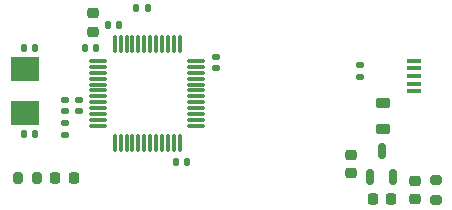
<source format=gbr>
%TF.GenerationSoftware,KiCad,Pcbnew,7.0.6-1.fc38*%
%TF.CreationDate,2023-08-06T10:31:57+03:00*%
%TF.ProjectId,stm32-breakout,73746d33-322d-4627-9265-616b6f75742e,v.1.0*%
%TF.SameCoordinates,Original*%
%TF.FileFunction,Paste,Top*%
%TF.FilePolarity,Positive*%
%FSLAX46Y46*%
G04 Gerber Fmt 4.6, Leading zero omitted, Abs format (unit mm)*
G04 Created by KiCad (PCBNEW 7.0.6-1.fc38) date 2023-08-06 10:31:57*
%MOMM*%
%LPD*%
G01*
G04 APERTURE LIST*
G04 Aperture macros list*
%AMRoundRect*
0 Rectangle with rounded corners*
0 $1 Rounding radius*
0 $2 $3 $4 $5 $6 $7 $8 $9 X,Y pos of 4 corners*
0 Add a 4 corners polygon primitive as box body*
4,1,4,$2,$3,$4,$5,$6,$7,$8,$9,$2,$3,0*
0 Add four circle primitives for the rounded corners*
1,1,$1+$1,$2,$3*
1,1,$1+$1,$4,$5*
1,1,$1+$1,$6,$7*
1,1,$1+$1,$8,$9*
0 Add four rect primitives between the rounded corners*
20,1,$1+$1,$2,$3,$4,$5,0*
20,1,$1+$1,$4,$5,$6,$7,0*
20,1,$1+$1,$6,$7,$8,$9,0*
20,1,$1+$1,$8,$9,$2,$3,0*%
G04 Aperture macros list end*
%ADD10RoundRect,0.218750X-0.256250X0.218750X-0.256250X-0.218750X0.256250X-0.218750X0.256250X0.218750X0*%
%ADD11RoundRect,0.135000X-0.135000X-0.185000X0.135000X-0.185000X0.135000X0.185000X-0.135000X0.185000X0*%
%ADD12RoundRect,0.218750X-0.381250X0.218750X-0.381250X-0.218750X0.381250X-0.218750X0.381250X0.218750X0*%
%ADD13RoundRect,0.140000X0.170000X-0.140000X0.170000X0.140000X-0.170000X0.140000X-0.170000X-0.140000X0*%
%ADD14RoundRect,0.200000X-0.275000X0.200000X-0.275000X-0.200000X0.275000X-0.200000X0.275000X0.200000X0*%
%ADD15RoundRect,0.075000X-0.662500X-0.075000X0.662500X-0.075000X0.662500X0.075000X-0.662500X0.075000X0*%
%ADD16RoundRect,0.075000X-0.075000X-0.662500X0.075000X-0.662500X0.075000X0.662500X-0.075000X0.662500X0*%
%ADD17RoundRect,0.135000X-0.185000X0.135000X-0.185000X-0.135000X0.185000X-0.135000X0.185000X0.135000X0*%
%ADD18RoundRect,0.140000X-0.140000X-0.170000X0.140000X-0.170000X0.140000X0.170000X-0.140000X0.170000X0*%
%ADD19RoundRect,0.218750X-0.218750X-0.256250X0.218750X-0.256250X0.218750X0.256250X-0.218750X0.256250X0*%
%ADD20RoundRect,0.140000X0.140000X0.170000X-0.140000X0.170000X-0.140000X-0.170000X0.140000X-0.170000X0*%
%ADD21RoundRect,0.225000X0.250000X-0.225000X0.250000X0.225000X-0.250000X0.225000X-0.250000X-0.225000X0*%
%ADD22R,1.300000X0.450000*%
%ADD23RoundRect,0.147500X0.172500X-0.147500X0.172500X0.147500X-0.172500X0.147500X-0.172500X-0.147500X0*%
%ADD24RoundRect,0.200000X0.200000X0.275000X-0.200000X0.275000X-0.200000X-0.275000X0.200000X-0.275000X0*%
%ADD25RoundRect,0.225000X-0.250000X0.225000X-0.250000X-0.225000X0.250000X-0.225000X0.250000X0.225000X0*%
%ADD26RoundRect,0.150000X0.150000X-0.512500X0.150000X0.512500X-0.150000X0.512500X-0.150000X-0.512500X0*%
%ADD27RoundRect,0.140000X-0.170000X0.140000X-0.170000X-0.140000X0.170000X-0.140000X0.170000X0.140000X0*%
%ADD28R,2.400000X2.000000*%
%ADD29RoundRect,0.225000X0.225000X0.250000X-0.225000X0.250000X-0.225000X-0.250000X0.225000X-0.250000X0*%
G04 APERTURE END LIST*
D10*
%TO.C,D1*%
X164255000Y-103587500D03*
X164255000Y-105162500D03*
%TD*%
D11*
%TO.C,R2*%
X140650000Y-89000000D03*
X141670000Y-89000000D03*
%TD*%
D12*
%TO.C,FB1*%
X161605000Y-97050000D03*
X161605000Y-99175000D03*
%TD*%
D13*
%TO.C,C8*%
X134600000Y-97680000D03*
X134600000Y-96720000D03*
%TD*%
D14*
%TO.C,R1*%
X166055000Y-103550000D03*
X166055000Y-105200000D03*
%TD*%
D15*
%TO.C,U2*%
X137437500Y-93450000D03*
X137437500Y-93950000D03*
X137437500Y-94450000D03*
X137437500Y-94950000D03*
X137437500Y-95450000D03*
X137437500Y-95950000D03*
X137437500Y-96450000D03*
X137437500Y-96950000D03*
X137437500Y-97450000D03*
X137437500Y-97950000D03*
X137437500Y-98450000D03*
X137437500Y-98950000D03*
D16*
X138850000Y-100362500D03*
X139350000Y-100362500D03*
X139850000Y-100362500D03*
X140350000Y-100362500D03*
X140850000Y-100362500D03*
X141350000Y-100362500D03*
X141850000Y-100362500D03*
X142350000Y-100362500D03*
X142850000Y-100362500D03*
X143350000Y-100362500D03*
X143850000Y-100362500D03*
X144350000Y-100362500D03*
D15*
X145762500Y-98950000D03*
X145762500Y-98450000D03*
X145762500Y-97950000D03*
X145762500Y-97450000D03*
X145762500Y-96950000D03*
X145762500Y-96450000D03*
X145762500Y-95950000D03*
X145762500Y-95450000D03*
X145762500Y-94950000D03*
X145762500Y-94450000D03*
X145762500Y-93950000D03*
X145762500Y-93450000D03*
D16*
X144350000Y-92037500D03*
X143850000Y-92037500D03*
X143350000Y-92037500D03*
X142850000Y-92037500D03*
X142350000Y-92037500D03*
X141850000Y-92037500D03*
X141350000Y-92037500D03*
X140850000Y-92037500D03*
X140350000Y-92037500D03*
X139850000Y-92037500D03*
X139350000Y-92037500D03*
X138850000Y-92037500D03*
%TD*%
D17*
%TO.C,R4*%
X159605000Y-93780000D03*
X159605000Y-94800000D03*
%TD*%
D18*
%TO.C,C10*%
X131170000Y-92400000D03*
X132130000Y-92400000D03*
%TD*%
D19*
%TO.C,D2*%
X133812500Y-103400000D03*
X135387500Y-103400000D03*
%TD*%
D18*
%TO.C,C7*%
X138270000Y-90400000D03*
X139230000Y-90400000D03*
%TD*%
D13*
%TO.C,C9*%
X135800000Y-97680000D03*
X135800000Y-96720000D03*
%TD*%
D20*
%TO.C,C5*%
X144960000Y-102000000D03*
X144000000Y-102000000D03*
%TD*%
D21*
%TO.C,C3*%
X137000000Y-90975000D03*
X137000000Y-89425000D03*
%TD*%
D22*
%TO.C,J1*%
X164150000Y-96017500D03*
X164150000Y-95367500D03*
X164150000Y-94717500D03*
X164150000Y-94067500D03*
X164150000Y-93417500D03*
%TD*%
D20*
%TO.C,C4*%
X137280000Y-92400000D03*
X136320000Y-92400000D03*
%TD*%
D23*
%TO.C,L1*%
X134600000Y-99685000D03*
X134600000Y-98715000D03*
%TD*%
D24*
%TO.C,R3*%
X132300000Y-103400000D03*
X130650000Y-103400000D03*
%TD*%
D25*
%TO.C,C2*%
X158855000Y-101400000D03*
X158855000Y-102950000D03*
%TD*%
D26*
%TO.C,U1*%
X160505000Y-103312500D03*
X162405000Y-103312500D03*
X161455000Y-101037500D03*
%TD*%
D27*
%TO.C,C6*%
X147400000Y-93120000D03*
X147400000Y-94080000D03*
%TD*%
D28*
%TO.C,Y1*%
X131250000Y-94150000D03*
X131250000Y-97850000D03*
%TD*%
D29*
%TO.C,C1*%
X162230000Y-105175000D03*
X160680000Y-105175000D03*
%TD*%
D18*
%TO.C,C11*%
X131170000Y-99600000D03*
X132130000Y-99600000D03*
%TD*%
M02*

</source>
